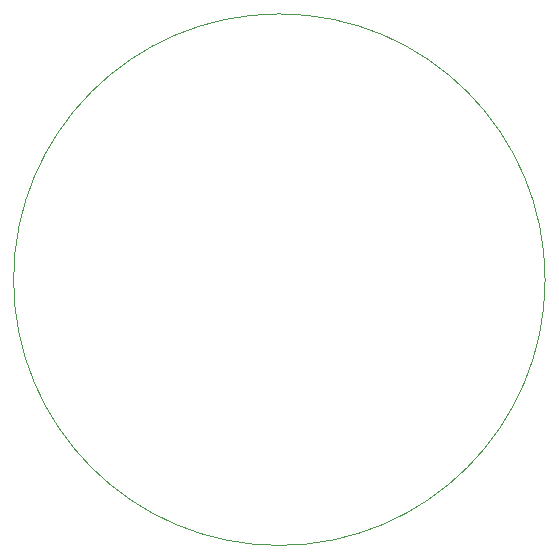
<source format=gbr>
%TF.GenerationSoftware,KiCad,Pcbnew,9.0.0*%
%TF.CreationDate,2025-03-06T09:18:45+01:00*%
%TF.ProjectId,spaceEggs,73706163-6545-4676-9773-2e6b69636164,rev?*%
%TF.SameCoordinates,Original*%
%TF.FileFunction,Profile,NP*%
%FSLAX46Y46*%
G04 Gerber Fmt 4.6, Leading zero omitted, Abs format (unit mm)*
G04 Created by KiCad (PCBNEW 9.0.0) date 2025-03-06 09:18:45*
%MOMM*%
%LPD*%
G01*
G04 APERTURE LIST*
%TA.AperFunction,Profile*%
%ADD10C,0.050000*%
%TD*%
G04 APERTURE END LIST*
D10*
X142500000Y-62500000D02*
G75*
G02*
X97500000Y-62500000I-22500000J0D01*
G01*
X97500000Y-62500000D02*
G75*
G02*
X142500000Y-62500000I22500000J0D01*
G01*
M02*

</source>
